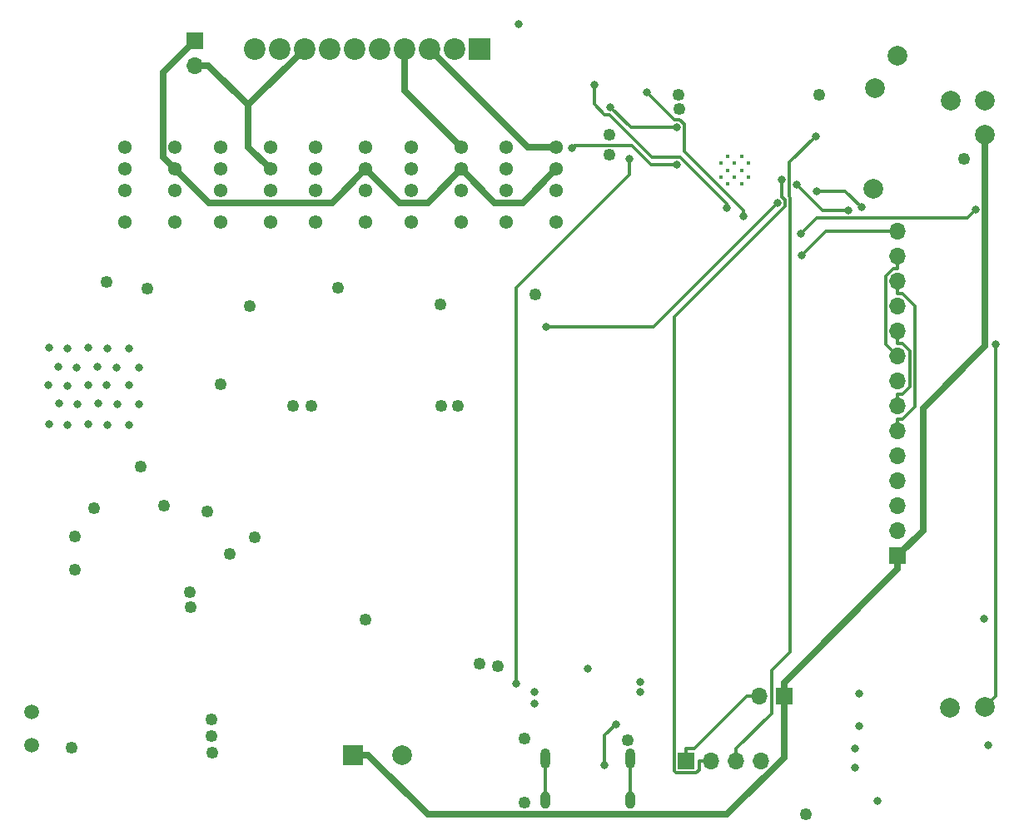
<source format=gbr>
%TF.GenerationSoftware,KiCad,Pcbnew,6.0.11+dfsg-1~bpo11+1*%
%TF.CreationDate,2024-01-26T07:42:42-05:00*%
%TF.ProjectId,Thermostat,54686572-6d6f-4737-9461-742e6b696361,V0.5.2*%
%TF.SameCoordinates,Original*%
%TF.FileFunction,Copper,L4,Bot*%
%TF.FilePolarity,Positive*%
%FSLAX46Y46*%
G04 Gerber Fmt 4.6, Leading zero omitted, Abs format (unit mm)*
G04 Created by KiCad (PCBNEW 6.0.11+dfsg-1~bpo11+1) date 2024-01-26 07:42:42*
%MOMM*%
%LPD*%
G01*
G04 APERTURE LIST*
%TA.AperFunction,ComponentPad*%
%ADD10C,1.381000*%
%TD*%
%TA.AperFunction,ComponentPad*%
%ADD11C,1.500000*%
%TD*%
%TA.AperFunction,ComponentPad*%
%ADD12C,2.000000*%
%TD*%
%TA.AperFunction,ComponentPad*%
%ADD13R,1.700000X1.700000*%
%TD*%
%TA.AperFunction,ComponentPad*%
%ADD14O,1.700000X1.700000*%
%TD*%
%TA.AperFunction,ComponentPad*%
%ADD15O,1.000000X2.100000*%
%TD*%
%TA.AperFunction,ComponentPad*%
%ADD16O,1.000000X1.800000*%
%TD*%
%TA.AperFunction,ComponentPad*%
%ADD17R,2.000000X2.000000*%
%TD*%
%TA.AperFunction,ComponentPad*%
%ADD18C,0.400000*%
%TD*%
%TA.AperFunction,ComponentPad*%
%ADD19R,2.200000X2.200000*%
%TD*%
%TA.AperFunction,ComponentPad*%
%ADD20C,2.200000*%
%TD*%
%TA.AperFunction,ViaPad*%
%ADD21C,1.250000*%
%TD*%
%TA.AperFunction,ViaPad*%
%ADD22C,0.800000*%
%TD*%
%TA.AperFunction,Conductor*%
%ADD23C,0.650000*%
%TD*%
%TA.AperFunction,Conductor*%
%ADD24C,0.350000*%
%TD*%
G04 APERTURE END LIST*
D10*
%TO.P,K1,1,COIL+*%
%TO.N,+3V3*%
X128015000Y-87170000D03*
%TO.P,K1,2,NC_1*%
%TO.N,unconnected-(K1-Pad2)*%
X128015000Y-83970000D03*
%TO.P,K1,3,COM_1*%
%TO.N,RH*%
X128015000Y-81770000D03*
%TO.P,K1,4,NO_1*%
%TO.N,W*%
X128015000Y-79570000D03*
%TO.P,K1,5,NO_2*%
%TO.N,unconnected-(K1-Pad5)*%
X122935000Y-79570000D03*
%TO.P,K1,6,COM_2*%
%TO.N,unconnected-(K1-Pad6)*%
X122935000Y-81770000D03*
%TO.P,K1,7,NC_2*%
%TO.N,unconnected-(K1-Pad7)*%
X122935000Y-83970000D03*
%TO.P,K1,8,COIL-*%
%TO.N,Net-(D8-Pad2)*%
X122935000Y-87170000D03*
%TD*%
D11*
%TO.P,R12,1*%
%TO.N,+3V3*%
X113440000Y-137010000D03*
%TO.P,R12,2*%
%TO.N,LIGHT_SENS*%
X113440000Y-140410000D03*
%TD*%
D12*
%TO.P,TP2,1,1*%
%TO.N,SDA*%
X210390000Y-136490000D03*
%TD*%
D13*
%TO.P,J2,1,Pin_1*%
%TO.N,RH*%
X130040000Y-68660000D03*
D14*
%TO.P,J2,2,Pin_2*%
%TO.N,RC*%
X130040000Y-71200000D03*
%TD*%
D12*
%TO.P,TP3,1,1*%
%TO.N,+3V3*%
X206870000Y-74770000D03*
%TD*%
%TO.P,TP5,1,1*%
%TO.N,GND*%
X210390000Y-74770000D03*
%TD*%
D10*
%TO.P,K4,1,COIL+*%
%TO.N,+3V3*%
X157110000Y-87170000D03*
%TO.P,K4,2,NC_1*%
%TO.N,unconnected-(K4-Pad2)*%
X157110000Y-83970000D03*
%TO.P,K4,3,COM_1*%
%TO.N,RH*%
X157110000Y-81770000D03*
%TO.P,K4,4,NO_1*%
%TO.N,G*%
X157110000Y-79570000D03*
%TO.P,K4,5,NO_2*%
%TO.N,unconnected-(K4-Pad5)*%
X152030000Y-79570000D03*
%TO.P,K4,6,COM_2*%
%TO.N,unconnected-(K4-Pad6)*%
X152030000Y-81770000D03*
%TO.P,K4,7,NC_2*%
%TO.N,unconnected-(K4-Pad7)*%
X152030000Y-83970000D03*
%TO.P,K4,8,COIL-*%
%TO.N,Net-(D11-Pad2)*%
X152030000Y-87170000D03*
%TD*%
D15*
%TO.P,J1,S1,SHIELD*%
%TO.N,unconnected-(J1-PadS1)*%
X174290000Y-141800000D03*
D16*
X165650000Y-146000000D03*
D15*
X165650000Y-141800000D03*
D16*
X174290000Y-146000000D03*
%TD*%
D17*
%TO.P,BZ1,1,-*%
%TO.N,+5V*%
X146120000Y-141410000D03*
D12*
%TO.P,BZ1,2,+*%
%TO.N,Net-(BZ1-Pad2)*%
X151120000Y-141410000D03*
%TD*%
D10*
%TO.P,K5,1,COIL+*%
%TO.N,+3V3*%
X166790000Y-87170000D03*
%TO.P,K5,2,NC_1*%
%TO.N,unconnected-(K5-Pad2)*%
X166790000Y-83970000D03*
%TO.P,K5,3,COM_1*%
%TO.N,RH*%
X166790000Y-81770000D03*
%TO.P,K5,4,NO_1*%
%TO.N,O{slash}B*%
X166790000Y-79570000D03*
%TO.P,K5,5,NO_2*%
%TO.N,unconnected-(K5-Pad5)*%
X161710000Y-79570000D03*
%TO.P,K5,6,COM_2*%
%TO.N,unconnected-(K5-Pad6)*%
X161710000Y-81770000D03*
%TO.P,K5,7,NC_2*%
%TO.N,unconnected-(K5-Pad7)*%
X161710000Y-83970000D03*
%TO.P,K5,8,COIL-*%
%TO.N,Net-(D12-Pad2)*%
X161710000Y-87170000D03*
%TD*%
D12*
%TO.P,TP4,1,1*%
%TO.N,unconnected-(U1-Pad34)*%
X201450000Y-70260000D03*
%TD*%
%TO.P,TP4,1,1*%
%TO.N,unconnected-(U1-Pad33)*%
X199060000Y-83750000D03*
%TD*%
%TO.P,TP4,1,1*%
%TO.N,+5V*%
X210390000Y-78260000D03*
%TD*%
%TO.P,TP1,1,1*%
%TO.N,SCL*%
X206830000Y-136570000D03*
%TD*%
%TO.P,TP4,1,1*%
%TO.N,unconnected-(U1-Pad35)*%
X199170000Y-73540000D03*
%TD*%
D10*
%TO.P,K3,1,COIL+*%
%TO.N,+3V3*%
X147400000Y-87170000D03*
%TO.P,K3,2,NC_1*%
%TO.N,unconnected-(K3-Pad2)*%
X147400000Y-83970000D03*
%TO.P,K3,3,COM_1*%
%TO.N,RH*%
X147400000Y-81770000D03*
%TO.P,K3,4,NO_1*%
%TO.N,E*%
X147400000Y-79570000D03*
%TO.P,K3,5,NO_2*%
%TO.N,unconnected-(K3-Pad5)*%
X142320000Y-79570000D03*
%TO.P,K3,6,COM_2*%
%TO.N,unconnected-(K3-Pad6)*%
X142320000Y-81770000D03*
%TO.P,K3,7,NC_2*%
%TO.N,unconnected-(K3-Pad7)*%
X142320000Y-83970000D03*
%TO.P,K3,8,COIL-*%
%TO.N,Net-(D10-Pad2)*%
X142320000Y-87170000D03*
%TD*%
D18*
%TO.P,U1,41_10,GND*%
%TO.N,GND*%
X184912500Y-81180000D03*
%TO.P,U1,41_11,GND*%
X183512500Y-81180000D03*
%TO.P,U1,41_12,GND*%
X186312500Y-81180000D03*
%TO.P,U1,41_13,GND*%
X183512500Y-82580000D03*
%TO.P,U1,41_14,GND*%
X184912500Y-82580000D03*
%TO.P,U1,41_15,GND*%
X186312500Y-82580000D03*
%TO.P,U1,41_16,GND*%
X184212500Y-80480000D03*
%TO.P,U1,41_17,GND*%
X185612500Y-80480000D03*
%TO.P,U1,41_18,GND*%
X184212500Y-81880000D03*
%TO.P,U1,41_19,GND*%
X185612500Y-81880000D03*
%TO.P,U1,41_20,GND*%
X184212500Y-83280000D03*
%TO.P,U1,41_21,GND*%
X185612500Y-83280000D03*
%TD*%
D13*
%TO.P,J6,1,Pin_1*%
%TO.N,UART_VCC*%
X179990000Y-142010000D03*
D14*
%TO.P,J6,2,Pin_2*%
%TO.N,RXD0*%
X182530000Y-142010000D03*
%TO.P,J6,3,Pin_3*%
%TO.N,TXD0*%
X185070000Y-142010000D03*
%TO.P,J6,4,Pin_4*%
%TO.N,GND*%
X187610000Y-142010000D03*
%TD*%
D13*
%TO.P,J5,1,Pin_1*%
%TO.N,+5V*%
X189960000Y-135440000D03*
D14*
%TO.P,J5,2,Pin_2*%
%TO.N,UART_VCC*%
X187420000Y-135440000D03*
%TD*%
D10*
%TO.P,K2,1,COIL+*%
%TO.N,+3V3*%
X137700000Y-87170000D03*
%TO.P,K2,2,NC_1*%
%TO.N,unconnected-(K2-Pad2)*%
X137700000Y-83970000D03*
%TO.P,K2,3,COM_1*%
%TO.N,RC*%
X137700000Y-81770000D03*
%TO.P,K2,4,NO_1*%
%TO.N,Y*%
X137700000Y-79570000D03*
%TO.P,K2,5,NO_2*%
%TO.N,unconnected-(K2-Pad5)*%
X132620000Y-79570000D03*
%TO.P,K2,6,COM_2*%
%TO.N,unconnected-(K2-Pad6)*%
X132620000Y-81770000D03*
%TO.P,K2,7,NC_2*%
%TO.N,unconnected-(K2-Pad7)*%
X132620000Y-83970000D03*
%TO.P,K2,8,COIL-*%
%TO.N,Net-(D9-Pad2)*%
X132620000Y-87170000D03*
%TD*%
D13*
%TO.P,J7,1,Pin_1*%
%TO.N,+5V*%
X201505000Y-121120000D03*
D14*
%TO.P,J7,2,Pin_2*%
%TO.N,GND*%
X201505000Y-118580000D03*
%TO.P,J7,3,Pin_3*%
%TO.N,TFT_CS*%
X201505000Y-116040000D03*
%TO.P,J7,4,Pin_4*%
%TO.N,TFT_RESET*%
X201505000Y-113500000D03*
%TO.P,J7,5,Pin_5*%
%TO.N,TFT_DC*%
X201505000Y-110960000D03*
%TO.P,J7,6,Pin_6*%
%TO.N,TFT_MOSI*%
X201505000Y-108420000D03*
%TO.P,J7,7,Pin_7*%
%TO.N,TFT_CLK*%
X201505000Y-105880000D03*
%TO.P,J7,8,Pin_8*%
%TO.N,TFT_LED*%
X201505000Y-103340000D03*
%TO.P,J7,9,Pin_9*%
%TO.N,TFT_MISO*%
X201505000Y-100800000D03*
%TO.P,J7,10,Pin_10*%
%TO.N,TFT_CLK*%
X201505000Y-98260000D03*
%TO.P,J7,11,Pin_11*%
%TO.N,TOUCH_CS*%
X201505000Y-95720000D03*
%TO.P,J7,12,Pin_12*%
%TO.N,TFT_MOSI*%
X201505000Y-93180000D03*
%TO.P,J7,13,Pin_13*%
%TO.N,TFT_MISO*%
X201505000Y-90640000D03*
%TO.P,J7,14,Pin_14*%
%TO.N,TOUCH_IRQ*%
X201505000Y-88100000D03*
%TD*%
D19*
%TO.P,J3,1,Pin_1*%
%TO.N,unconnected-(J3-Pad1)*%
X158940000Y-69550000D03*
D20*
%TO.P,J3,2,Pin_2*%
%TO.N,E*%
X156400000Y-69550000D03*
%TO.P,J3,3,Pin_3*%
%TO.N,O{slash}B*%
X153860000Y-69550000D03*
%TO.P,J3,4,Pin_4*%
%TO.N,G*%
X151320000Y-69550000D03*
%TO.P,J3,5,Pin_5*%
%TO.N,Y*%
X148780000Y-69550000D03*
%TO.P,J3,6,Pin_6*%
%TO.N,W*%
X146240000Y-69550000D03*
%TO.P,J3,7,Pin_7*%
%TO.N,unconnected-(J3-Pad7)*%
X143700000Y-69550000D03*
%TO.P,J3,8,Pin_8*%
%TO.N,RC*%
X141160000Y-69550000D03*
%TO.P,J3,9,Pin_9*%
%TO.N,RH*%
X138620000Y-69550000D03*
%TO.P,J3,10,Pin_10*%
%TO.N,C*%
X136080000Y-69550000D03*
%TD*%
D21*
%TO.N,GND*%
X140000000Y-105867100D03*
D22*
X119150000Y-103750000D03*
X115200000Y-107760000D03*
X210700000Y-140420000D03*
X175310000Y-134980000D03*
X115180000Y-99970000D03*
D21*
X147420000Y-127588400D03*
X163565700Y-146289400D03*
D22*
X124320000Y-101930000D03*
D21*
X124560700Y-112074400D03*
X192145300Y-147398500D03*
X119775000Y-116252000D03*
D22*
X119180000Y-99970000D03*
D21*
X117800000Y-119175900D03*
X155014000Y-95557500D03*
D22*
X120200000Y-105650000D03*
X124370000Y-105680000D03*
D21*
X136159200Y-119224100D03*
D22*
X170010000Y-132590000D03*
X117040000Y-103810000D03*
X164540000Y-136150000D03*
D21*
X131740600Y-139492700D03*
X131800000Y-141140000D03*
X174055800Y-139909300D03*
X179249200Y-74160000D03*
D22*
X121070000Y-103780000D03*
D21*
X141850000Y-105860000D03*
D22*
X118090000Y-105710000D03*
X197180000Y-140770000D03*
D21*
X164661000Y-94486500D03*
X159000000Y-132084300D03*
X131740000Y-137820000D03*
D22*
X175310000Y-133970000D03*
D21*
X121010000Y-93280000D03*
X172207300Y-78280000D03*
X156770000Y-105890000D03*
D22*
X115150000Y-103750000D03*
D21*
X155110000Y-105886100D03*
X163578100Y-139727000D03*
D22*
X123370000Y-107790000D03*
X116150000Y-101900000D03*
X162970000Y-66980000D03*
D21*
X125178500Y-93955300D03*
X208228900Y-80701100D03*
X117500000Y-140650000D03*
D22*
X164560000Y-134990000D03*
X121100000Y-100000000D03*
X117090000Y-107820000D03*
X197200000Y-142730000D03*
X122070000Y-101930000D03*
D21*
X135588400Y-95719600D03*
D22*
X117070000Y-100030000D03*
X123320000Y-103780000D03*
D21*
X117830000Y-122560000D03*
D22*
X121120000Y-107790000D03*
X122120000Y-105680000D03*
D21*
X132642400Y-103684700D03*
D22*
X119200000Y-107760000D03*
X120150000Y-101900000D03*
X118040000Y-101960000D03*
X116200000Y-105650000D03*
X123350000Y-100000000D03*
X210310000Y-127550000D03*
D21*
X193563800Y-74192400D03*
X144626300Y-93877100D03*
X126900000Y-116020200D03*
D22*
%TO.N,+3V3*%
X197590000Y-138480000D03*
D21*
X179265600Y-75655000D03*
X172191500Y-80322800D03*
X129503200Y-124868300D03*
X133560000Y-120960000D03*
D22*
X199440000Y-146040000D03*
X197600000Y-135190000D03*
D21*
X160865800Y-132330800D03*
X129560000Y-126370000D03*
X131256100Y-116621600D03*
D22*
%TO.N,SDA*%
X211448200Y-99634000D03*
%TO.N,EN*%
X174252900Y-80697100D03*
X162691000Y-134104000D03*
%TO.N,LED_HEAT*%
X184150300Y-85682300D03*
X170660000Y-73220000D03*
%TO.N,LED_COOL*%
X179017500Y-77501400D03*
X172309000Y-75433400D03*
%TO.N,TOUCH_IRQ*%
X191766800Y-90527400D03*
%TO.N,HVAC_HEAT*%
X168364500Y-79601400D03*
X179030600Y-81286600D03*
%TO.N,LED_FAN*%
X175968800Y-73938300D03*
X185816300Y-86550700D03*
%TO.N,MOTION*%
X209433400Y-85865100D03*
X191677600Y-88353400D03*
%TO.N,LD_TX*%
X197831400Y-85622100D03*
X193268500Y-83980000D03*
%TO.N,LD_RX*%
X191265100Y-83350000D03*
X196514800Y-85952500D03*
%TO.N,RXD0*%
X189714800Y-82845400D03*
%TO.N,TXD0*%
X193154000Y-78411400D03*
%TO.N,Net-(J1-PadB5)*%
X171720000Y-142433000D03*
X172848400Y-138293700D03*
%TO.N,HVAC_2STAGE*%
X189272000Y-85225400D03*
X165765100Y-97791300D03*
%TD*%
D23*
%TO.N,+5V*%
X204102600Y-106095200D02*
X204102600Y-118522400D01*
X153698400Y-147463300D02*
X147645100Y-141410000D01*
X146120000Y-141410000D02*
X147645100Y-141410000D01*
X210390000Y-99807800D02*
X204102600Y-106095200D01*
X210390000Y-78260000D02*
X210390000Y-99807800D01*
X184137600Y-147463300D02*
X153698400Y-147463300D01*
X201505000Y-122495100D02*
X189960000Y-134040100D01*
X189960000Y-135440000D02*
X189960000Y-141640900D01*
X201505000Y-121120000D02*
X201505000Y-122495100D01*
X189960000Y-141640900D02*
X184137600Y-147463300D01*
X189960000Y-134040100D02*
X189960000Y-135440000D01*
X204102600Y-118522400D02*
X201505000Y-121120000D01*
D24*
%TO.N,SDA*%
X210390000Y-136490000D02*
X211448200Y-135431800D01*
X211448200Y-135431800D02*
X211448200Y-99634000D01*
%TO.N,EN*%
X174252900Y-82293900D02*
X174252900Y-80697100D01*
X162691000Y-134104000D02*
X162691000Y-93855800D01*
X162691000Y-93855800D02*
X174252900Y-82293900D01*
D23*
%TO.N,RH*%
X163362400Y-85197600D02*
X166790000Y-81770000D01*
X147400000Y-81770000D02*
X150817700Y-85187700D01*
X150817700Y-85187700D02*
X153692300Y-85187700D01*
X157110000Y-81770000D02*
X160537600Y-85197600D01*
X153692300Y-85187700D02*
X157110000Y-81770000D01*
X126790300Y-80545300D02*
X128015000Y-81770000D01*
X160537600Y-85197600D02*
X163362400Y-85197600D01*
X126790300Y-71909700D02*
X126790300Y-80545300D01*
X128015000Y-81770000D02*
X131432700Y-85187700D01*
X131432700Y-85187700D02*
X143982300Y-85187700D01*
X130040000Y-68660000D02*
X126790300Y-71909700D01*
X143982300Y-85187700D02*
X147400000Y-81770000D01*
D24*
%TO.N,TFT_MOSI*%
X201505000Y-108420000D02*
X201505000Y-107194900D01*
X203287700Y-95728400D02*
X201964400Y-94405100D01*
X202012700Y-107194900D02*
X203287700Y-105919900D01*
X203287700Y-105919900D02*
X203287700Y-95728400D01*
X201964400Y-94405100D02*
X201505000Y-94405100D01*
X201505000Y-93180000D02*
X201505000Y-94405100D01*
X201505000Y-107194900D02*
X202012700Y-107194900D01*
%TO.N,TFT_MISO*%
X201505000Y-90640000D02*
X201505000Y-91865100D01*
X200277200Y-92633500D02*
X200277200Y-99572200D01*
X201505000Y-91865100D02*
X201045600Y-91865100D01*
X201045600Y-91865100D02*
X200277200Y-92633500D01*
X200277200Y-99572200D02*
X201505000Y-100800000D01*
%TO.N,LED_HEAT*%
X179355600Y-80511500D02*
X176465900Y-80511500D01*
X171698500Y-76208500D02*
X170660000Y-75170000D01*
X176465900Y-80511500D02*
X172162900Y-76208500D01*
X184150300Y-85682300D02*
X184150300Y-85306200D01*
X184150300Y-85306200D02*
X179355600Y-80511500D01*
X172162900Y-76208500D02*
X171698500Y-76208500D01*
X170660000Y-75170000D02*
X170660000Y-73220000D01*
%TO.N,LED_COOL*%
X179017500Y-77501400D02*
X174377000Y-77501400D01*
X174377000Y-77501400D02*
X172309000Y-75433400D01*
%TO.N,TFT_CLK*%
X201505000Y-99485100D02*
X201964400Y-99485100D01*
X201505000Y-105880000D02*
X201505000Y-104654900D01*
X202012700Y-104654900D02*
X201505000Y-104654900D01*
X202737500Y-100258200D02*
X202737500Y-103930100D01*
X202737500Y-103930100D02*
X202012700Y-104654900D01*
X201964400Y-99485100D02*
X202737500Y-100258200D01*
X201505000Y-98260000D02*
X201505000Y-99485100D01*
%TO.N,TOUCH_IRQ*%
X201505000Y-88100000D02*
X200279900Y-88100000D01*
X194194200Y-88100000D02*
X191766800Y-90527400D01*
X200279900Y-88100000D02*
X194194200Y-88100000D01*
%TO.N,HVAC_HEAT*%
X176441700Y-81286600D02*
X174477700Y-79322600D01*
X168643300Y-79322600D02*
X168364500Y-79601400D01*
X174477700Y-79322600D02*
X168643300Y-79322600D01*
X179030600Y-81286600D02*
X176441700Y-81286600D01*
D23*
%TO.N,G*%
X151320000Y-73780000D02*
X157110000Y-79570000D01*
X151320000Y-69550000D02*
X151320000Y-73780000D01*
%TO.N,RC*%
X135462600Y-75247400D02*
X135462500Y-75247500D01*
X141160000Y-69550000D02*
X135462600Y-75247400D01*
X135462500Y-75247500D02*
X135462500Y-79532500D01*
X130040000Y-71200000D02*
X131415100Y-71200000D01*
X135462600Y-75247400D02*
X131415100Y-71200000D01*
X135462500Y-79532500D02*
X137700000Y-81770000D01*
D24*
%TO.N,LED_FAN*%
X179792600Y-79940200D02*
X179792600Y-77180300D01*
X179792600Y-77180300D02*
X179338600Y-76726300D01*
X185816300Y-86550700D02*
X185816300Y-85963900D01*
X185816300Y-85963900D02*
X179792600Y-79940200D01*
X179338600Y-76726300D02*
X178756800Y-76726300D01*
X178756800Y-76726300D02*
X175968800Y-73938300D01*
D23*
%TO.N,O{slash}B*%
X163880000Y-79570000D02*
X166790000Y-79570000D01*
X153860000Y-69550000D02*
X163880000Y-79570000D01*
D24*
%TO.N,MOTION*%
X191677600Y-88353400D02*
X193284300Y-86746700D01*
X193284300Y-86746700D02*
X208551800Y-86746700D01*
X208551800Y-86746700D02*
X209433400Y-85865100D01*
%TO.N,LD_TX*%
X196189300Y-83980000D02*
X193268500Y-83980000D01*
X197831400Y-85622100D02*
X196189300Y-83980000D01*
%TO.N,LD_RX*%
X193867600Y-85952500D02*
X191265100Y-83350000D01*
X196514800Y-85952500D02*
X193867600Y-85952500D01*
%TO.N,UART_VCC*%
X180850000Y-140784900D02*
X179990000Y-140784900D01*
X179990000Y-142010000D02*
X179990000Y-140784900D01*
X186194900Y-135440000D02*
X180850000Y-140784900D01*
X187420000Y-135440000D02*
X186194900Y-135440000D01*
%TO.N,RXD0*%
X178973000Y-143235200D02*
X178764800Y-143027000D01*
X190047100Y-85546500D02*
X190047100Y-84904300D01*
X190047100Y-84904300D02*
X189714800Y-84572000D01*
X182530000Y-142010000D02*
X181304900Y-142010000D01*
X181304900Y-142928800D02*
X180998500Y-143235200D01*
X181304900Y-142010000D02*
X181304900Y-142928800D01*
X178764800Y-143027000D02*
X178764800Y-96828800D01*
X178764800Y-96828800D02*
X190047100Y-85546500D01*
X180998500Y-143235200D02*
X178973000Y-143235200D01*
X189714800Y-84572000D02*
X189714800Y-82845400D01*
%TO.N,TXD0*%
X190490000Y-84569200D02*
X190490000Y-81075400D01*
X190490000Y-81075400D02*
X193154000Y-78411400D01*
X190597200Y-130888700D02*
X190597200Y-84676400D01*
X185070000Y-142010000D02*
X185070000Y-140784900D01*
X188689900Y-132796000D02*
X190597200Y-130888700D01*
X190597200Y-84676400D02*
X190490000Y-84569200D01*
X188689900Y-137165000D02*
X188689900Y-132796000D01*
X185070000Y-140784900D02*
X188689900Y-137165000D01*
%TO.N,Net-(J1-PadB5)*%
X171720000Y-142433000D02*
X171720000Y-139422100D01*
X171720000Y-139422100D02*
X172848400Y-138293700D01*
%TO.N,unconnected-(J1-PadS1)*%
X165650000Y-141800000D02*
X165650000Y-146000000D01*
X174290000Y-146000000D02*
X174290000Y-141800000D01*
%TO.N,HVAC_2STAGE*%
X176706100Y-97791300D02*
X165765100Y-97791300D01*
X189272000Y-85225400D02*
X176706100Y-97791300D01*
%TD*%
M02*

</source>
